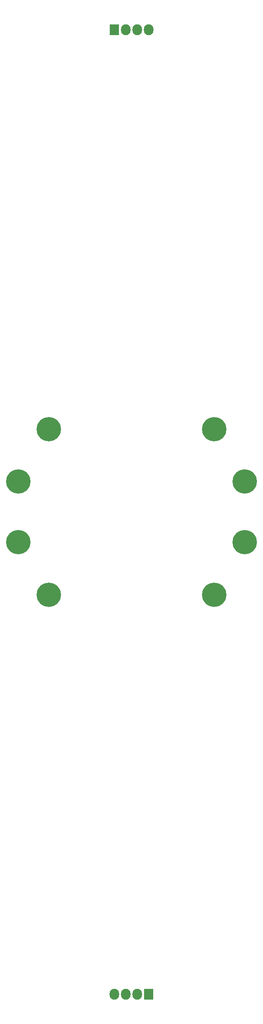
<source format=gbr>
G04 #@! TF.FileFunction,Soldermask,Bot*
%FSLAX46Y46*%
G04 Gerber Fmt 4.6, Leading zero omitted, Abs format (unit mm)*
G04 Created by KiCad (PCBNEW 4.0.4-1.fc24-product) date Wed Jul  5 07:31:47 2017*
%MOMM*%
%LPD*%
G01*
G04 APERTURE LIST*
%ADD10C,0.100000*%
%ADD11C,5.400000*%
%ADD12R,2.127200X2.432000*%
%ADD13O,2.127200X2.432000*%
G04 APERTURE END LIST*
D10*
D11*
X318384776Y-181615224D03*
X325114071Y-193270705D03*
X325114071Y-206729295D03*
X318384776Y-218384776D03*
X281615224Y-218384776D03*
X274885929Y-206729295D03*
X274885929Y-193270705D03*
X281615224Y-181615224D03*
D12*
X296190000Y-93000000D03*
D13*
X298730000Y-93000000D03*
X301270000Y-93000000D03*
X303810000Y-93000000D03*
D12*
X303810000Y-307000000D03*
D13*
X301270000Y-307000000D03*
X298730000Y-307000000D03*
X296190000Y-307000000D03*
M02*

</source>
